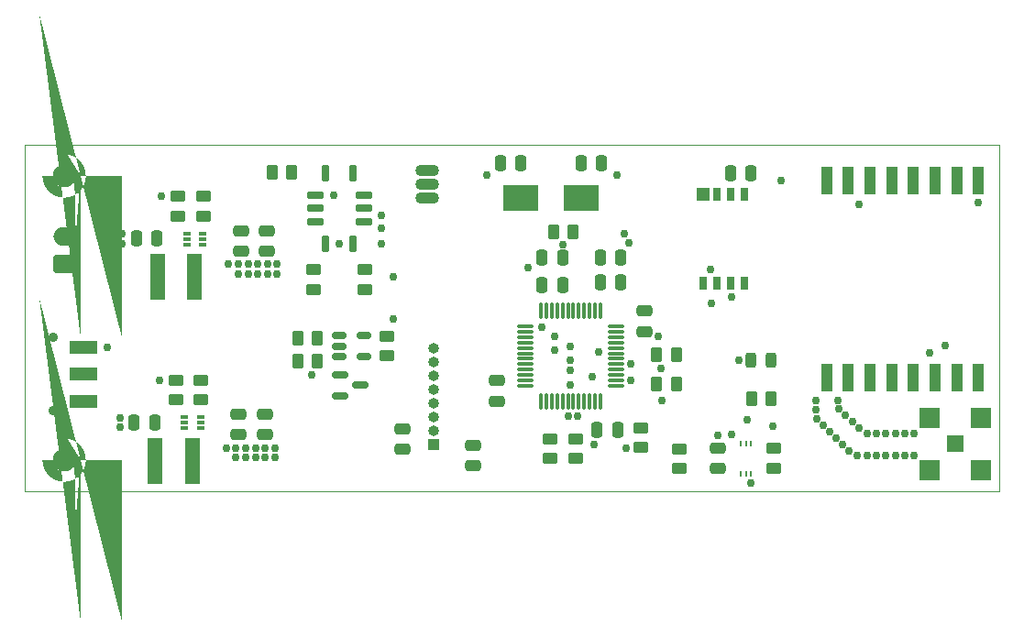
<source format=gbr>
%TF.GenerationSoftware,KiCad,Pcbnew,6.0.2+dfsg-1*%
%TF.CreationDate,2023-05-28T23:34:27+02:00*%
%TF.ProjectId,weather_station,77656174-6865-4725-9f73-746174696f6e,rev?*%
%TF.SameCoordinates,Original*%
%TF.FileFunction,Soldermask,Top*%
%TF.FilePolarity,Negative*%
%FSLAX46Y46*%
G04 Gerber Fmt 4.6, Leading zero omitted, Abs format (unit mm)*
G04 Created by KiCad (PCBNEW 6.0.2+dfsg-1) date 2023-05-28 23:34:27*
%MOMM*%
%LPD*%
G01*
G04 APERTURE LIST*
G04 Aperture macros list*
%AMRoundRect*
0 Rectangle with rounded corners*
0 $1 Rounding radius*
0 $2 $3 $4 $5 $6 $7 $8 $9 X,Y pos of 4 corners*
0 Add a 4 corners polygon primitive as box body*
4,1,4,$2,$3,$4,$5,$6,$7,$8,$9,$2,$3,0*
0 Add four circle primitives for the rounded corners*
1,1,$1+$1,$2,$3*
1,1,$1+$1,$4,$5*
1,1,$1+$1,$6,$7*
1,1,$1+$1,$8,$9*
0 Add four rect primitives between the rounded corners*
20,1,$1+$1,$2,$3,$4,$5,0*
20,1,$1+$1,$4,$5,$6,$7,0*
20,1,$1+$1,$6,$7,$8,$9,0*
20,1,$1+$1,$8,$9,$2,$3,0*%
%AMFreePoly0*
4,1,82,-1.212131,1.975377,-0.936919,1.911586,-0.673441,1.809654,-0.426954,1.671615,-0.202376,1.500222,-0.004188,1.298896,0.163656,1.071654,0.297807,0.823029,0.395587,0.557982,0.455047,0.281802,0.475000,0.000000,0.471053,-0.125581,0.433446,-0.405575,0.356762,-0.677476,0.242531,-0.935860,0.093034,-1.175571,-0.088747,-1.391826,-0.299186,-1.580310,-0.534083,-1.737263,-0.788751,-1.859553,
-1.058109,-1.944740,-1.336783,-1.991124,-1.619213,-1.997780,-1.899763,-1.964575,-2.172835,-1.892171,-2.432981,-1.782013,-2.675011,-1.636299,-2.894094,-1.457937,-3.085861,-1.250485,-3.246484,-1.018083,-3.372759,-0.765367,-3.462166,-0.497380,-3.512922,-0.219469,-3.522124,0.014731,-2.579978,0.014731,-2.562748,-0.190462,-2.505990,-0.388401,-2.411866,-0.571546,-2.283962,-0.732921,-2.127149,-0.866379,
-1.947401,-0.966837,-1.751563,-1.030468,-1.547096,-1.054850,-1.341787,-1.039052,-1.143457,-0.983677,-0.959659,-0.890834,-0.797396,-0.764060,-0.662846,-0.608183,-0.561136,-0.429140,-0.496138,-0.233752,-0.470330,-0.029460,-0.469919,0.000000,-0.490013,0.204933,-0.549529,0.402060,-0.646201,0.583873,-0.776345,0.743446,-0.935006,0.874702,-1.116140,0.972640,-1.312847,1.033531,-1.517634,1.055055,
-1.722702,1.036393,-1.920240,0.978254,-2.102724,0.882854,-2.263201,0.753827,-2.395562,0.596086,-2.494762,0.415641,-2.557025,0.219364,-2.579978,0.014731,-3.522124,0.014731,-3.524013,0.062822,-3.495219,0.343858,-3.427113,0.618034,-3.321055,0.879878,-3.179161,1.124167,-3.004262,1.346025,-2.799848,1.541026,-2.569997,1.705280,-2.319296,1.835509,-2.052746,1.929115,-1.775666,1.984229,
-1.493585,1.999753,-1.212131,1.975377,-1.212131,1.975377,$1*%
G04 Aperture macros list end*
%TA.AperFunction,Profile*%
%ADD10C,0.100000*%
%TD*%
%ADD11R,1.000000X1.000000*%
%ADD12O,1.000000X1.000000*%
%ADD13R,1.442200X4.191000*%
%ADD14RoundRect,0.250000X-0.475000X0.250000X-0.475000X-0.250000X0.475000X-0.250000X0.475000X0.250000X0*%
%ADD15R,1.000000X2.500000*%
%ADD16RoundRect,0.250000X-0.450000X0.262500X-0.450000X-0.262500X0.450000X-0.262500X0.450000X0.262500X0*%
%ADD17RoundRect,0.250000X0.262500X0.450000X-0.262500X0.450000X-0.262500X-0.450000X0.262500X-0.450000X0*%
%ADD18RoundRect,0.250000X0.475000X-0.250000X0.475000X0.250000X-0.475000X0.250000X-0.475000X-0.250000X0*%
%ADD19RoundRect,0.250000X0.250000X0.475000X-0.250000X0.475000X-0.250000X-0.475000X0.250000X-0.475000X0*%
%ADD20RoundRect,0.250000X-0.262500X-0.450000X0.262500X-0.450000X0.262500X0.450000X-0.262500X0.450000X0*%
%ADD21R,0.670001X0.299999*%
%ADD22R,0.800001X1.200000*%
%ADD23R,1.200000X1.200000*%
%ADD24R,1.520000X1.520000*%
%ADD25R,1.905000X1.905000*%
%ADD26RoundRect,0.090000X-0.660000X-0.210000X0.660000X-0.210000X0.660000X0.210000X-0.660000X0.210000X0*%
%ADD27RoundRect,0.090000X-0.210000X0.660000X-0.210000X-0.660000X0.210000X-0.660000X0.210000X0.660000X0*%
%ADD28RoundRect,0.090000X0.660000X0.210000X-0.660000X0.210000X-0.660000X-0.210000X0.660000X-0.210000X0*%
%ADD29C,2.100000*%
%ADD30FreePoly0,0.000000*%
%ADD31O,2.200000X1.100000*%
%ADD32RoundRect,0.150000X-0.587500X-0.150000X0.587500X-0.150000X0.587500X0.150000X-0.587500X0.150000X0*%
%ADD33RoundRect,0.150000X-0.512500X-0.150000X0.512500X-0.150000X0.512500X0.150000X-0.512500X0.150000X0*%
%ADD34RoundRect,0.250000X-0.250000X-0.475000X0.250000X-0.475000X0.250000X0.475000X-0.250000X0.475000X0*%
%ADD35RoundRect,0.250000X0.750000X-0.600000X0.750000X0.600000X-0.750000X0.600000X-0.750000X-0.600000X0*%
%ADD36O,2.000000X1.700000*%
%ADD37RoundRect,0.250000X0.450000X-0.262500X0.450000X0.262500X-0.450000X0.262500X-0.450000X-0.262500X0*%
%ADD38RoundRect,0.075000X-0.075000X0.662500X-0.075000X-0.662500X0.075000X-0.662500X0.075000X0.662500X0*%
%ADD39RoundRect,0.075000X-0.662500X0.075000X-0.662500X-0.075000X0.662500X-0.075000X0.662500X0.075000X0*%
%ADD40C,0.900000*%
%ADD41R,2.500000X1.250000*%
%ADD42R,3.325000X2.400000*%
%ADD43RoundRect,0.243750X0.243750X0.456250X-0.243750X0.456250X-0.243750X-0.456250X0.243750X-0.456250X0*%
%ADD44R,0.250000X0.550000*%
%ADD45C,0.750000*%
G04 APERTURE END LIST*
D10*
X66600000Y-53600000D02*
X156600000Y-53600000D01*
X156600000Y-53600000D02*
X156600000Y-85600000D01*
X156600000Y-85600000D02*
X66600000Y-85600000D01*
X66600000Y-85600000D02*
X66600000Y-53600000D01*
D11*
%TO.C,J3*%
X104380000Y-81320000D03*
D12*
X104380000Y-80050000D03*
X104380000Y-78780000D03*
X104380000Y-77510000D03*
X104380000Y-76240000D03*
X104380000Y-74970000D03*
X104380000Y-73700000D03*
X104380000Y-72430000D03*
%TD*%
D13*
%TO.C,L2*%
X78837300Y-65830000D03*
X82286100Y-65830000D03*
%TD*%
D14*
%TO.C,C2*%
X110200000Y-75380000D03*
X110200000Y-77280000D03*
%TD*%
D15*
%TO.C,U1*%
X154650000Y-56925000D03*
X152650000Y-56925000D03*
X150650000Y-56925000D03*
X148650000Y-56925000D03*
X146650000Y-56925000D03*
X144650000Y-56925000D03*
X142650000Y-56925000D03*
X140650000Y-56925000D03*
X140650000Y-75125000D03*
X142650000Y-75125000D03*
X144650000Y-75125000D03*
X146650000Y-75125000D03*
X148650000Y-75125000D03*
X150650000Y-75125000D03*
X152650000Y-75125000D03*
X154650000Y-75125000D03*
%TD*%
D16*
%TO.C,R5*%
X115120000Y-80767500D03*
X115120000Y-82592500D03*
%TD*%
D17*
%TO.C,R16*%
X93625000Y-73610000D03*
X91800000Y-73610000D03*
%TD*%
D18*
%TO.C,C8*%
X101480000Y-81735000D03*
X101480000Y-79835000D03*
%TD*%
D19*
%TO.C,C7*%
X116266000Y-66548000D03*
X114366000Y-66548000D03*
%TD*%
%TO.C,C12*%
X133675000Y-56200001D03*
X131775000Y-56200001D03*
%TD*%
%TO.C,C5*%
X121650000Y-64035001D03*
X119750000Y-64035001D03*
%TD*%
D20*
%TO.C,R14*%
X124925000Y-75682500D03*
X126750000Y-75682500D03*
%TD*%
D21*
%TO.C,U7*%
X81344399Y-78774998D03*
X81344399Y-79274997D03*
X81344399Y-79774999D03*
X82824401Y-79774999D03*
X82824401Y-79274997D03*
X82824401Y-78774998D03*
%TD*%
D13*
%TO.C,L1*%
X78617300Y-82795000D03*
X82066100Y-82795000D03*
%TD*%
D22*
%TO.C,U4*%
X129270000Y-66399999D03*
X130540000Y-66399999D03*
X131810000Y-66399999D03*
X133080000Y-66399999D03*
X133080000Y-58200001D03*
X131810000Y-58200001D03*
X130540000Y-58200001D03*
D23*
X129270000Y-58200001D03*
%TD*%
D17*
%TO.C,R8*%
X135532500Y-77050000D03*
X133707500Y-77050000D03*
%TD*%
D16*
%TO.C,R6*%
X117445000Y-80767500D03*
X117445000Y-82592500D03*
%TD*%
D24*
%TO.C,J2*%
X152500000Y-81250000D03*
D25*
X150125000Y-78875000D03*
X154875000Y-78875000D03*
X154875000Y-83625000D03*
X150125000Y-83625000D03*
%TD*%
D26*
%TO.C,U2*%
X93402500Y-58235000D03*
X93402500Y-59485000D03*
X93402500Y-60735000D03*
D27*
X94382500Y-62735000D03*
X96922500Y-62735000D03*
D28*
X97902500Y-60735000D03*
X97902500Y-59485000D03*
X97902500Y-58235000D03*
D27*
X96922500Y-56235000D03*
X94382500Y-56235000D03*
%TD*%
D20*
%TO.C,R7*%
X115412500Y-61625000D03*
X117237500Y-61625000D03*
%TD*%
D29*
%TO.C,M1*%
X70250000Y-56500000D03*
D30*
X71775000Y-56500000D03*
%TD*%
D31*
%TO.C,U6*%
X103764508Y-58550000D03*
X103764508Y-57280000D03*
X103764508Y-56010000D03*
%TD*%
D32*
%TO.C,D2*%
X95695000Y-74880000D03*
X95695000Y-76780000D03*
X97570000Y-75830000D03*
%TD*%
D18*
%TO.C,C11*%
X108020000Y-83260000D03*
X108020000Y-81360000D03*
%TD*%
D33*
%TO.C,U8*%
X95625000Y-71260000D03*
X95625000Y-72210000D03*
X95625000Y-73160000D03*
X97900000Y-73160000D03*
X97900000Y-71260000D03*
%TD*%
D14*
%TO.C,C15*%
X88740000Y-78495000D03*
X88740000Y-80395000D03*
%TD*%
D20*
%TO.C,R10*%
X91800000Y-71460000D03*
X93625000Y-71460000D03*
%TD*%
D16*
%TO.C,R1*%
X97990000Y-65147500D03*
X97990000Y-66972500D03*
%TD*%
D34*
%TO.C,C3*%
X119450000Y-79975000D03*
X121350000Y-79975000D03*
%TD*%
D16*
%TO.C,R18*%
X83060000Y-58367500D03*
X83060000Y-60192500D03*
%TD*%
D35*
%TO.C,J1*%
X70225000Y-64600000D03*
D36*
X70225000Y-62100000D03*
%TD*%
D19*
%TO.C,C1*%
X116266000Y-64008000D03*
X114366000Y-64008000D03*
%TD*%
D16*
%TO.C,R2*%
X93277500Y-65147500D03*
X93277500Y-66972500D03*
%TD*%
D14*
%TO.C,C14*%
X86340000Y-78495000D03*
X86340000Y-80395000D03*
%TD*%
D20*
%TO.C,R13*%
X124925000Y-72957500D03*
X126750000Y-72957500D03*
%TD*%
D18*
%TO.C,C16*%
X130625000Y-83527500D03*
X130625000Y-81627500D03*
%TD*%
D14*
%TO.C,C19*%
X88960000Y-61530000D03*
X88960000Y-63430000D03*
%TD*%
D37*
%TO.C,R9*%
X127024999Y-83510000D03*
X127024999Y-81685000D03*
%TD*%
D14*
%TO.C,C18*%
X86560000Y-61530000D03*
X86560000Y-63430000D03*
%TD*%
D34*
%TO.C,C10*%
X110525000Y-55325000D03*
X112425000Y-55325000D03*
%TD*%
D18*
%TO.C,C4*%
X123825000Y-70875000D03*
X123825000Y-68975000D03*
%TD*%
D21*
%TO.C,U10*%
X81564399Y-61809998D03*
X81564399Y-62309997D03*
X81564399Y-62809999D03*
X83044401Y-62809999D03*
X83044401Y-62309997D03*
X83044401Y-61809998D03*
%TD*%
D38*
%TO.C,U3*%
X119750000Y-68962500D03*
X119250000Y-68962500D03*
X118750000Y-68962500D03*
X118250000Y-68962500D03*
X117750000Y-68962500D03*
X117250000Y-68962500D03*
X116750000Y-68962500D03*
X116250000Y-68962500D03*
X115750000Y-68962500D03*
X115250000Y-68962500D03*
X114750000Y-68962500D03*
X114250000Y-68962500D03*
D39*
X112837500Y-70375000D03*
X112837500Y-70875000D03*
X112837500Y-71375000D03*
X112837500Y-71875000D03*
X112837500Y-72375000D03*
X112837500Y-72875000D03*
X112837500Y-73375000D03*
X112837500Y-73875000D03*
X112837500Y-74375000D03*
X112837500Y-74875000D03*
X112837500Y-75375000D03*
X112837500Y-75875000D03*
D38*
X114250000Y-77287500D03*
X114750000Y-77287500D03*
X115250000Y-77287500D03*
X115750000Y-77287500D03*
X116250000Y-77287500D03*
X116750000Y-77287500D03*
X117250000Y-77287500D03*
X117750000Y-77287500D03*
X118250000Y-77287500D03*
X118750000Y-77287500D03*
X119250000Y-77287500D03*
X119750000Y-77287500D03*
D39*
X121162500Y-75875000D03*
X121162500Y-75375000D03*
X121162500Y-74875000D03*
X121162500Y-74375000D03*
X121162500Y-73875000D03*
X121162500Y-73375000D03*
X121162500Y-72875000D03*
X121162500Y-72375000D03*
X121162500Y-71875000D03*
X121162500Y-71375000D03*
X121162500Y-70875000D03*
X121162500Y-70375000D03*
%TD*%
D19*
%TO.C,C17*%
X78810000Y-62270000D03*
X76910000Y-62270000D03*
%TD*%
%TO.C,C6*%
X121650000Y-66295001D03*
X119750000Y-66295001D03*
%TD*%
D29*
%TO.C,M2*%
X70250000Y-82750000D03*
D30*
X71775000Y-82750000D03*
%TD*%
D37*
%TO.C,R19*%
X80760000Y-60192500D03*
X80760000Y-58367500D03*
%TD*%
D40*
%TO.C,SW1*%
X69225000Y-78200000D03*
X69225000Y-71400000D03*
D41*
X71975000Y-72300000D03*
X71975000Y-74800000D03*
X71975000Y-77300000D03*
%TD*%
D37*
%TO.C,R3*%
X123500000Y-81587500D03*
X123500000Y-79762500D03*
%TD*%
D42*
%TO.C,Y1*%
X112425000Y-58500000D03*
X117950000Y-58500000D03*
%TD*%
D37*
%TO.C,R15*%
X80540000Y-77160000D03*
X80540000Y-75335000D03*
%TD*%
D19*
%TO.C,C13*%
X78590000Y-79235000D03*
X76690000Y-79235000D03*
%TD*%
%TO.C,C9*%
X119850000Y-55325000D03*
X117950000Y-55325000D03*
%TD*%
D16*
%TO.C,R12*%
X100025000Y-71277500D03*
X100025000Y-73102500D03*
%TD*%
%TO.C,R11*%
X82840000Y-75335000D03*
X82840000Y-77160000D03*
%TD*%
D17*
%TO.C,R4*%
X91232500Y-56185000D03*
X89407500Y-56185000D03*
%TD*%
D43*
%TO.C,D1*%
X135537500Y-73500000D03*
X133662500Y-73500000D03*
%TD*%
D44*
%TO.C,U9*%
X132680000Y-83965000D03*
X133180000Y-83965000D03*
X133680000Y-83965000D03*
X133680000Y-81215000D03*
X133180000Y-81215000D03*
X132680000Y-81215000D03*
%TD*%
D16*
%TO.C,R17*%
X135720000Y-81647500D03*
X135720000Y-83472500D03*
%TD*%
D45*
X121240000Y-56410000D03*
X88780132Y-82501675D03*
X145235716Y-82300000D03*
X154650000Y-58925000D03*
X87880132Y-82501675D03*
X140900000Y-80100000D03*
X140350000Y-79500000D03*
X75375000Y-79675000D03*
X119150000Y-81300000D03*
X86980132Y-81601675D03*
X143000000Y-79200000D03*
X86300000Y-65550000D03*
X88100000Y-65550000D03*
X75575000Y-61840000D03*
X89680132Y-81601675D03*
X88100000Y-64650000D03*
X93070000Y-74880000D03*
X75375000Y-78800000D03*
X142700000Y-81900000D03*
X146117858Y-82300000D03*
X147850000Y-80300000D03*
X116250000Y-62810000D03*
X88780132Y-81601675D03*
X86080132Y-82501675D03*
X125127701Y-71302299D03*
X89900000Y-65550000D03*
X135710000Y-79640000D03*
X147867858Y-82300000D03*
X85400000Y-64650000D03*
X144353574Y-82300000D03*
X146100000Y-80300000D03*
X78990000Y-75330000D03*
X143600000Y-79800000D03*
X89000000Y-65550000D03*
X139746432Y-78925000D03*
X85180132Y-81601675D03*
X144350000Y-80300000D03*
X89900000Y-64650000D03*
X141800000Y-78025000D03*
X145225000Y-80300000D03*
X89000000Y-64650000D03*
X79200000Y-58375000D03*
X148725000Y-80300000D03*
X146975000Y-80300000D03*
X87200000Y-65550000D03*
X87880132Y-81601675D03*
X148750000Y-82300000D03*
X139650000Y-77200000D03*
X99540000Y-60125000D03*
X89680132Y-82501675D03*
X122350000Y-62650000D03*
X141650000Y-77200000D03*
X86980132Y-82501675D03*
X143450000Y-82300000D03*
X147000000Y-82300000D03*
X130625000Y-80450000D03*
X139650000Y-78050000D03*
X74200000Y-72300000D03*
X142400000Y-78600000D03*
X109275000Y-56400000D03*
X133680000Y-84870000D03*
X136450000Y-56930000D03*
X142100000Y-81300000D03*
X86080132Y-81601675D03*
X75575000Y-62715000D03*
X87200000Y-64650000D03*
X122125000Y-81600000D03*
X86300000Y-64650000D03*
X141500000Y-80700000D03*
X113100000Y-64925000D03*
X100640000Y-69690000D03*
X121935339Y-61851777D03*
X114320000Y-70420000D03*
X100640000Y-65800000D03*
X122577501Y-75370678D03*
X132500000Y-73500000D03*
X116966589Y-74441589D03*
X118950000Y-75066089D03*
X116975000Y-75750000D03*
X116750000Y-78690000D03*
X117660000Y-78680000D03*
X125330000Y-74310000D03*
X133290000Y-78980000D03*
X131830000Y-80390000D03*
X125390000Y-77190000D03*
X129975000Y-68275000D03*
X116975000Y-72250000D03*
X116976790Y-73542144D03*
X131825000Y-67650500D03*
X115490000Y-72560000D03*
X129925000Y-65150000D03*
X115500000Y-71280000D03*
X143650000Y-59075000D03*
X122570000Y-73870000D03*
X150160000Y-72870000D03*
X151630000Y-72190000D03*
X119570000Y-72730000D03*
X99540000Y-61330000D03*
X95090000Y-58230000D03*
X95640000Y-62740000D03*
X99540000Y-62740000D03*
M02*

</source>
